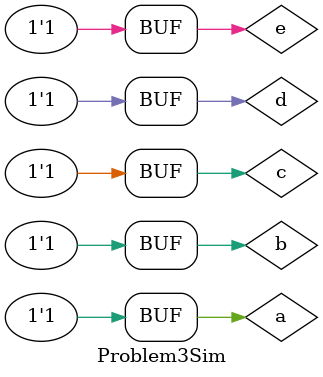
<source format=v>
`timescale 1ns / 1ps


module Problem3Sim();
    reg a;
    reg b;
    reg c;
    reg d;
    reg e;
    
    wire sop;
    wire pos;
    
    Problem3Mod UUT(
        .a(a),
        .b(b),
        .c(c),
        .d(d),
        .e(e),
        .sop(sop),
        .pos(pos)
    );
    initial begin
        a = 0;
        b = 0;
        c = 0;
        d = 0;
        e = 0;
        #10;
        
        a = 0;
        b = 0;
        c = 0;
        d = 0;
        e = 1;
        #10;
        
        a = 0;
        b = 0;
        c = 0;
        d = 1;
        e = 0;
        #10;
        
        a = 0;
        b = 0;
        c = 0;
        d = 1;
        e = 1;
        #10;
        
        a = 0;
        b = 0;
        c = 1;
        d = 0;
        e = 0;
        #10;
        
        a = 0;
        b = 0;
        c = 1;
        d = 0;
        e = 1;
        #10;
        
        a = 0;
        b = 0;
        c = 1;
        d = 1;
        e = 0;
        #10;
        
        a = 0;
        b = 0;
        c = 1;
        d = 1;
        e = 1;
        #10;
        
        a = 0;
        b = 1;
        c = 0;
        d = 0;
        e = 0;
        #10;
        
        a = 0;
        b = 1;
        c = 0;
        d = 0;
        e = 1;
        #10;
        
        a = 0;
        b = 1;
        c = 0;
        d = 1;
        e = 0;
        #10;
        
        a = 0;
        b = 1;
        c = 0;
        d = 1;
        e = 1;
        #10;
        
        a = 0;
        b = 1;
        c = 1;
        d = 0;
        e = 0;
        #10;
        
        a = 0;
        b = 1;
        c = 1;
        d = 0;
        e = 1;
        #10;
        
        a = 0;
        b = 1;
        c = 1;
        d = 1;
        e = 0;
        #10;
        
        a = 0;
        b = 1;
        c = 1;
        d = 1;
        e = 1;
        #10;
        
        a = 1;
        b = 0;
        c = 0;
        d = 0;
        e = 0;
        #10;
        
        a = 1;
        b = 0;
        c = 0;
        d = 0;
        e = 1;
        #10;
        
        a = 1;
        b = 0;
        c = 0;
        d = 1;
        e = 0;
        #10;
        
        a = 1;
        b = 0;
        c = 0;
        d = 1;
        e = 1;
        #10;
        
        a = 1;
        b = 0;
        c = 1;
        d = 0;
        e = 0;
        #10;
        
        a = 1;
        b = 0;
        c = 1;
        d = 0;
        e = 1;
        #10;
        
        a = 1;
        b = 0;
        c = 1;
        d = 1;
        e = 0;
        #10;
        
        a = 1;
        b = 0;
        c = 1;
        d = 1;
        e = 1;
        #10;
        
        a = 1;
        b = 1;
        c = 0;
        d = 0;
        e = 0;
        #10;
        
        a = 1;
        b = 1;
        c = 0;
        d = 0;
        e = 1;
        #10;
        
        a = 1;
        b = 1;
        c = 0;
        d = 1;
        e = 0;
        #10;
        
        a = 1;
        b = 1;
        c = 0;
        d = 1;
        e = 1;
        #10;
        
        a = 1;
        b = 1;
        c = 1;
        d = 0;
        e = 0;
        #10;
        
        a = 1;
        b = 1;
        c = 1;
        d = 0;
        e = 1;
        #10;
        
        a = 1;
        b = 1;
        c = 1;
        d = 1;
        e = 0;
        #10;
        
        a = 1;
        b = 1;
        c = 1;
        d = 1;
        e = 1;
        #10;
    end
endmodule

</source>
